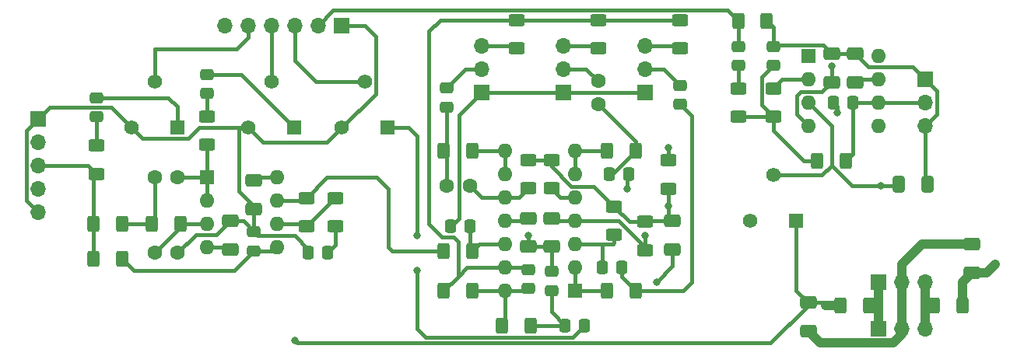
<source format=gbr>
%TF.GenerationSoftware,KiCad,Pcbnew,(6.0.10)*%
%TF.CreationDate,2023-04-08T13:31:08+03:00*%
%TF.ProjectId,DelSol_Preamp,44656c53-6f6c-45f5-9072-65616d702e6b,rev?*%
%TF.SameCoordinates,Original*%
%TF.FileFunction,Copper,L2,Bot*%
%TF.FilePolarity,Positive*%
%FSLAX46Y46*%
G04 Gerber Fmt 4.6, Leading zero omitted, Abs format (unit mm)*
G04 Created by KiCad (PCBNEW (6.0.10)) date 2023-04-08 13:31:08*
%MOMM*%
%LPD*%
G01*
G04 APERTURE LIST*
G04 Aperture macros list*
%AMRoundRect*
0 Rectangle with rounded corners*
0 $1 Rounding radius*
0 $2 $3 $4 $5 $6 $7 $8 $9 X,Y pos of 4 corners*
0 Add a 4 corners polygon primitive as box body*
4,1,4,$2,$3,$4,$5,$6,$7,$8,$9,$2,$3,0*
0 Add four circle primitives for the rounded corners*
1,1,$1+$1,$2,$3*
1,1,$1+$1,$4,$5*
1,1,$1+$1,$6,$7*
1,1,$1+$1,$8,$9*
0 Add four rect primitives between the rounded corners*
20,1,$1+$1,$2,$3,$4,$5,0*
20,1,$1+$1,$4,$5,$6,$7,0*
20,1,$1+$1,$6,$7,$8,$9,0*
20,1,$1+$1,$8,$9,$2,$3,0*%
G04 Aperture macros list end*
%TA.AperFunction,ComponentPad*%
%ADD10R,1.560000X1.560000*%
%TD*%
%TA.AperFunction,ComponentPad*%
%ADD11C,1.560000*%
%TD*%
%TA.AperFunction,ComponentPad*%
%ADD12R,1.600000X1.600000*%
%TD*%
%TA.AperFunction,ComponentPad*%
%ADD13O,1.600000X1.600000*%
%TD*%
%TA.AperFunction,ComponentPad*%
%ADD14R,1.700000X1.700000*%
%TD*%
%TA.AperFunction,ComponentPad*%
%ADD15O,1.700000X1.700000*%
%TD*%
%TA.AperFunction,ComponentPad*%
%ADD16C,1.600000*%
%TD*%
%TA.AperFunction,SMDPad,CuDef*%
%ADD17RoundRect,0.250000X-0.625000X0.400000X-0.625000X-0.400000X0.625000X-0.400000X0.625000X0.400000X0*%
%TD*%
%TA.AperFunction,SMDPad,CuDef*%
%ADD18RoundRect,0.250000X-0.650000X0.412500X-0.650000X-0.412500X0.650000X-0.412500X0.650000X0.412500X0*%
%TD*%
%TA.AperFunction,SMDPad,CuDef*%
%ADD19RoundRect,0.250000X0.475000X-0.337500X0.475000X0.337500X-0.475000X0.337500X-0.475000X-0.337500X0*%
%TD*%
%TA.AperFunction,SMDPad,CuDef*%
%ADD20RoundRect,0.250000X-0.337500X-0.475000X0.337500X-0.475000X0.337500X0.475000X-0.337500X0.475000X0*%
%TD*%
%TA.AperFunction,SMDPad,CuDef*%
%ADD21RoundRect,0.250000X-0.400000X-0.625000X0.400000X-0.625000X0.400000X0.625000X-0.400000X0.625000X0*%
%TD*%
%TA.AperFunction,SMDPad,CuDef*%
%ADD22RoundRect,0.250000X0.337500X0.475000X-0.337500X0.475000X-0.337500X-0.475000X0.337500X-0.475000X0*%
%TD*%
%TA.AperFunction,SMDPad,CuDef*%
%ADD23RoundRect,0.250000X-0.475000X0.337500X-0.475000X-0.337500X0.475000X-0.337500X0.475000X0.337500X0*%
%TD*%
%TA.AperFunction,SMDPad,CuDef*%
%ADD24RoundRect,0.250000X0.625000X-0.400000X0.625000X0.400000X-0.625000X0.400000X-0.625000X-0.400000X0*%
%TD*%
%TA.AperFunction,SMDPad,CuDef*%
%ADD25RoundRect,0.250000X0.650000X-0.412500X0.650000X0.412500X-0.650000X0.412500X-0.650000X-0.412500X0*%
%TD*%
%TA.AperFunction,SMDPad,CuDef*%
%ADD26RoundRect,0.250000X0.400000X0.625000X-0.400000X0.625000X-0.400000X-0.625000X0.400000X-0.625000X0*%
%TD*%
%TA.AperFunction,SMDPad,CuDef*%
%ADD27RoundRect,0.250000X-0.412500X-0.650000X0.412500X-0.650000X0.412500X0.650000X-0.412500X0.650000X0*%
%TD*%
%TA.AperFunction,ViaPad*%
%ADD28C,0.800000*%
%TD*%
%TA.AperFunction,Conductor*%
%ADD29C,0.400000*%
%TD*%
%TA.AperFunction,Conductor*%
%ADD30C,1.000000*%
%TD*%
G04 APERTURE END LIST*
D10*
X137120000Y-41610000D03*
D11*
X134620000Y-36610000D03*
X132120000Y-41610000D03*
D12*
X138440000Y-23650000D03*
D13*
X138440000Y-26190000D03*
X138440000Y-28730000D03*
X138440000Y-31270000D03*
X146060000Y-31270000D03*
X146060000Y-28730000D03*
X146060000Y-26190000D03*
X146060000Y-23650000D03*
D14*
X87630000Y-20320000D03*
D15*
X85090000Y-20320000D03*
X82550000Y-20320000D03*
X80010000Y-20320000D03*
X77470000Y-20320000D03*
X74930000Y-20320000D03*
D14*
X54610000Y-30485000D03*
D15*
X54610000Y-33025000D03*
X54610000Y-35565000D03*
X54610000Y-38105000D03*
X54610000Y-40645000D03*
D16*
X101600000Y-37770000D03*
X99100000Y-37770000D03*
D12*
X73035000Y-36840000D03*
D13*
X73035000Y-39380000D03*
X73035000Y-41920000D03*
X73035000Y-44460000D03*
X80655000Y-44460000D03*
X80655000Y-41920000D03*
X80655000Y-39380000D03*
X80655000Y-36840000D03*
D14*
X146050000Y-48260000D03*
D15*
X148590000Y-48260000D03*
X151130000Y-48260000D03*
D10*
X82510000Y-31450000D03*
D11*
X80010000Y-26450000D03*
X77510000Y-31450000D03*
D10*
X69810000Y-31450000D03*
D11*
X67310000Y-26450000D03*
X64810000Y-31450000D03*
D16*
X67330000Y-36830000D03*
X69830000Y-36830000D03*
D14*
X102870000Y-27610000D03*
D15*
X102870000Y-25070000D03*
X102870000Y-22530000D03*
D10*
X92670000Y-31420000D03*
D11*
X90170000Y-26420000D03*
X87670000Y-31420000D03*
D16*
X115570000Y-28880000D03*
X115570000Y-26380000D03*
D14*
X151130000Y-26180000D03*
D15*
X151130000Y-28720000D03*
X151130000Y-31260000D03*
D16*
X67330000Y-45085000D03*
X69830000Y-45085000D03*
D14*
X146065000Y-53340000D03*
D15*
X148605000Y-53340000D03*
X151145000Y-53340000D03*
D14*
X111760000Y-27610000D03*
D15*
X111760000Y-25070000D03*
X111760000Y-22530000D03*
D12*
X113020000Y-49205000D03*
D13*
X113020000Y-46665000D03*
X113020000Y-44125000D03*
X113020000Y-41585000D03*
X113020000Y-39045000D03*
X113020000Y-36505000D03*
X113020000Y-33965000D03*
X105400000Y-33965000D03*
X105400000Y-36505000D03*
X105400000Y-39045000D03*
X105400000Y-41585000D03*
X105400000Y-44125000D03*
X105400000Y-46665000D03*
X105400000Y-49205000D03*
D14*
X120650000Y-27610000D03*
D15*
X120650000Y-25070000D03*
X120650000Y-22530000D03*
D17*
X124460000Y-19710000D03*
X124460000Y-22810000D03*
D18*
X138430000Y-50507500D03*
X138430000Y-53632500D03*
D19*
X110490000Y-49200000D03*
X110490000Y-47125000D03*
D20*
X99525000Y-42205000D03*
X101600000Y-42205000D03*
X116035000Y-46640000D03*
X118110000Y-46640000D03*
D21*
X139420000Y-35070000D03*
X142520000Y-35070000D03*
D19*
X124480000Y-28917500D03*
X124480000Y-26842500D03*
X134620000Y-24677500D03*
X134620000Y-22602500D03*
D17*
X117310000Y-40030000D03*
X117310000Y-43130000D03*
X123190000Y-35000000D03*
X123190000Y-38100000D03*
D22*
X143277500Y-28720000D03*
X141202500Y-28720000D03*
D21*
X98780000Y-49200000D03*
X101880000Y-49200000D03*
D23*
X130810000Y-22602500D03*
X130810000Y-24677500D03*
D21*
X67030000Y-41910000D03*
X70130000Y-41910000D03*
D23*
X78105000Y-42777500D03*
X78105000Y-44852500D03*
D17*
X115570000Y-19710000D03*
X115570000Y-22810000D03*
D24*
X134620000Y-30270000D03*
X134620000Y-27170000D03*
D21*
X60680000Y-45720000D03*
X63780000Y-45720000D03*
D18*
X110490000Y-41287500D03*
X110490000Y-44412500D03*
D22*
X114067500Y-53010000D03*
X111992500Y-53010000D03*
D19*
X73025000Y-27707500D03*
X73025000Y-25632500D03*
D21*
X105130000Y-53010000D03*
X108230000Y-53010000D03*
D24*
X86995000Y-42190000D03*
X86995000Y-39090000D03*
D19*
X60960000Y-30247500D03*
X60960000Y-28172500D03*
D23*
X107950000Y-46892500D03*
X107950000Y-48967500D03*
D19*
X99060000Y-29216252D03*
X99060000Y-27141252D03*
D18*
X75565000Y-41617500D03*
X75565000Y-44742500D03*
D17*
X110490000Y-34950000D03*
X110490000Y-38050000D03*
D18*
X156210000Y-44157500D03*
X156210000Y-47282500D03*
X123660000Y-41617500D03*
X123660000Y-44742500D03*
D24*
X83820000Y-42190000D03*
X83820000Y-39090000D03*
D21*
X116560000Y-33960000D03*
X119660000Y-33960000D03*
D20*
X84052500Y-45085000D03*
X86127500Y-45085000D03*
D21*
X98780000Y-44925000D03*
X101880000Y-44925000D03*
D17*
X107950000Y-34950000D03*
X107950000Y-38050000D03*
D25*
X107950000Y-44412500D03*
X107950000Y-41287500D03*
D21*
X152120000Y-50800000D03*
X155220000Y-50800000D03*
D17*
X106680000Y-19710000D03*
X106680000Y-22810000D03*
X130810000Y-27170000D03*
X130810000Y-30270000D03*
D21*
X116560000Y-49200000D03*
X119660000Y-49200000D03*
X60680000Y-41910000D03*
X63780000Y-41910000D03*
D18*
X143510000Y-23347500D03*
X143510000Y-26472500D03*
D25*
X140970000Y-26472500D03*
X140970000Y-23347500D03*
D26*
X145060000Y-50800000D03*
X141960000Y-50800000D03*
X133910000Y-19830000D03*
X130810000Y-19830000D03*
D18*
X78105000Y-37172500D03*
X78105000Y-40297500D03*
D24*
X120650000Y-44780000D03*
X120650000Y-41680000D03*
D26*
X101880000Y-33960000D03*
X98780000Y-33960000D03*
D27*
X148297500Y-37610000D03*
X151422500Y-37610000D03*
D22*
X118886248Y-36500000D03*
X116811248Y-36500000D03*
D24*
X60960000Y-36475000D03*
X60960000Y-33375000D03*
X73025000Y-33300000D03*
X73025000Y-30200000D03*
D28*
X107950000Y-43180000D03*
X121920000Y-48260000D03*
X82550000Y-54610000D03*
X120650000Y-43180000D03*
X140335000Y-50800000D03*
X141605000Y-29845000D03*
X158750000Y-46355000D03*
X140970000Y-24765000D03*
X123190000Y-33655000D03*
X146342500Y-37807500D03*
X95885000Y-43180000D03*
X95885000Y-46990000D03*
X118745000Y-38100000D03*
X123190000Y-40005000D03*
D29*
X70140000Y-41920000D02*
X70130000Y-41910000D01*
X73035000Y-41920000D02*
X70140000Y-41920000D01*
X70130000Y-41910000D02*
X70130000Y-42285000D01*
X70130000Y-42285000D02*
X67330000Y-45085000D01*
X76945000Y-41617500D02*
X78105000Y-42777500D01*
X110490000Y-47125000D02*
X110490000Y-44412500D01*
X151130000Y-26180000D02*
X152400000Y-27450000D01*
X78507500Y-43180000D02*
X82550000Y-43180000D01*
D30*
X138430000Y-53632500D02*
X139687500Y-54890000D01*
D29*
X152400000Y-29990000D02*
X151130000Y-31260000D01*
D30*
X148605000Y-48275000D02*
X148590000Y-48260000D01*
X148590000Y-46355000D02*
X148590000Y-48260000D01*
D29*
X74062500Y-43120000D02*
X75565000Y-41617500D01*
X53340000Y-31755000D02*
X54610000Y-30485000D01*
D30*
X148605000Y-53960000D02*
X148605000Y-53340000D01*
D29*
X140072500Y-22450000D02*
X140970000Y-23347500D01*
X145012500Y-24850000D02*
X149800000Y-24850000D01*
X78105000Y-42777500D02*
X78507500Y-43180000D01*
X76500000Y-38400000D02*
X76500000Y-31450000D01*
D30*
X147675000Y-54890000D02*
X148605000Y-53960000D01*
D29*
X134620000Y-22602500D02*
X134772500Y-22450000D01*
X69830000Y-45085000D02*
X71795000Y-43120000D01*
X82550000Y-43180000D02*
X84052500Y-44682500D01*
X86070000Y-33020000D02*
X87670000Y-31420000D01*
X151130000Y-37317500D02*
X151130000Y-31260000D01*
X71795000Y-43120000D02*
X74062500Y-43120000D01*
X55885000Y-29210000D02*
X54610000Y-30485000D01*
X62570000Y-29210000D02*
X55885000Y-29210000D01*
X134620000Y-22602500D02*
X134620000Y-20540000D01*
X87670000Y-31420000D02*
X91350000Y-27740000D01*
X149800000Y-24850000D02*
X151130000Y-26180000D01*
X72170000Y-31450000D02*
X76500000Y-31450000D01*
X91350000Y-21500000D02*
X90170000Y-20320000D01*
X152400000Y-27450000D02*
X152400000Y-29990000D01*
X107950000Y-44412500D02*
X107950000Y-43180000D01*
X54610000Y-40645000D02*
X53340000Y-39375000D01*
X70990000Y-32630000D02*
X72170000Y-31450000D01*
X64810000Y-31450000D02*
X62570000Y-29210000D01*
X143510000Y-23347500D02*
X145012500Y-24850000D01*
X53340000Y-39375000D02*
X53340000Y-31755000D01*
X90170000Y-20320000D02*
X87630000Y-20320000D01*
X123660000Y-46520000D02*
X121920000Y-48260000D01*
X134620000Y-20540000D02*
X133910000Y-19830000D01*
X134772500Y-22450000D02*
X140072500Y-22450000D01*
X140970000Y-23347500D02*
X143510000Y-23347500D01*
X79080000Y-33020000D02*
X86070000Y-33020000D01*
X78105000Y-40005000D02*
X76500000Y-38400000D01*
X84052500Y-44682500D02*
X84052500Y-45085000D01*
X78105000Y-40297500D02*
X78105000Y-42777500D01*
D30*
X148605000Y-53340000D02*
X148605000Y-48275000D01*
X156210000Y-44157500D02*
X150787500Y-44157500D01*
D29*
X65990000Y-32630000D02*
X70990000Y-32630000D01*
D30*
X150787500Y-44157500D02*
X148590000Y-46355000D01*
X139687500Y-54890000D02*
X147675000Y-54890000D01*
D29*
X107950000Y-44412500D02*
X110490000Y-44412500D01*
X64810000Y-31450000D02*
X65990000Y-32630000D01*
X151422500Y-37610000D02*
X151130000Y-37317500D01*
X91350000Y-27740000D02*
X91350000Y-21500000D01*
X123660000Y-44742500D02*
X123660000Y-46520000D01*
X77510000Y-31450000D02*
X79080000Y-33020000D01*
X75565000Y-41617500D02*
X76945000Y-41617500D01*
X76500000Y-31450000D02*
X77510000Y-31450000D01*
X78105000Y-40297500D02*
X78105000Y-40005000D01*
X73025000Y-30200000D02*
X73025000Y-27707500D01*
X73025000Y-25632500D02*
X76692500Y-25632500D01*
X76692500Y-25632500D02*
X82510000Y-31450000D01*
X82825000Y-54885000D02*
X82550000Y-54610000D01*
X137120000Y-41610000D02*
X137120000Y-49197500D01*
X138430000Y-50507500D02*
X138430000Y-50800000D01*
X134345000Y-54885000D02*
X82825000Y-54885000D01*
D30*
X141960000Y-50800000D02*
X140335000Y-50800000D01*
D29*
X140042500Y-50507500D02*
X140335000Y-50800000D01*
X137120000Y-49197500D02*
X138430000Y-50507500D01*
X113020000Y-41585000D02*
X117785000Y-41585000D01*
X120650000Y-43180000D02*
X120650000Y-44780000D01*
X120650000Y-44450000D02*
X120650000Y-44780000D01*
X143792500Y-26190000D02*
X143510000Y-26472500D01*
X117785000Y-41585000D02*
X120650000Y-44450000D01*
X78437500Y-36840000D02*
X78105000Y-37172500D01*
X146060000Y-26190000D02*
X143792500Y-26190000D01*
X113020000Y-41585000D02*
X110787500Y-41585000D01*
X138430000Y-50507500D02*
X140042500Y-50507500D01*
X138430000Y-50800000D02*
X134345000Y-54885000D01*
X110787500Y-41585000D02*
X110490000Y-41287500D01*
X80655000Y-36840000D02*
X78437500Y-36840000D01*
X67330000Y-41610000D02*
X67030000Y-41910000D01*
X67330000Y-36830000D02*
X67330000Y-41610000D01*
X67030000Y-41910000D02*
X63780000Y-41910000D01*
X73035000Y-36840000D02*
X73035000Y-33310000D01*
X73035000Y-33310000D02*
X73025000Y-33300000D01*
X69830000Y-36830000D02*
X73025000Y-36830000D01*
X73035000Y-39380000D02*
X73035000Y-36840000D01*
X73025000Y-36830000D02*
X73035000Y-36840000D01*
X60960000Y-33375000D02*
X60960000Y-30247500D01*
X68812500Y-28172500D02*
X69810000Y-29170000D01*
X60960000Y-28172500D02*
X68812500Y-28172500D01*
X69810000Y-29170000D02*
X69810000Y-31450000D01*
X143277500Y-34312500D02*
X142520000Y-35070000D01*
X143277500Y-28720000D02*
X143277500Y-34312500D01*
X146060000Y-28730000D02*
X143287500Y-28730000D01*
X143287500Y-28730000D02*
X143277500Y-28720000D01*
X146070000Y-28720000D02*
X146060000Y-28730000D01*
X151130000Y-28720000D02*
X146070000Y-28720000D01*
X141605000Y-29122500D02*
X141202500Y-28720000D01*
X141605000Y-29845000D02*
X141605000Y-29122500D01*
X138440000Y-26190000D02*
X135600000Y-26190000D01*
X135600000Y-26190000D02*
X134620000Y-27170000D01*
X86750000Y-18660000D02*
X129640000Y-18660000D01*
X85090000Y-20320000D02*
X86750000Y-18660000D01*
X130810000Y-22602500D02*
X130810000Y-19830000D01*
X129640000Y-18660000D02*
X130810000Y-19830000D01*
X130810000Y-24677500D02*
X130810000Y-27170000D01*
X133345000Y-25952500D02*
X133345000Y-28995000D01*
X133345000Y-28995000D02*
X134620000Y-30270000D01*
X137940000Y-35070000D02*
X134620000Y-31750000D01*
X134620000Y-31750000D02*
X134620000Y-30270000D01*
X139420000Y-35070000D02*
X137940000Y-35070000D01*
X130810000Y-30270000D02*
X134620000Y-30270000D01*
X134620000Y-24677500D02*
X133345000Y-25952500D01*
D30*
X156210000Y-47282500D02*
X157822500Y-47282500D01*
D29*
X105400000Y-41585000D02*
X107652500Y-41585000D01*
D30*
X157822500Y-47282500D02*
X158750000Y-46355000D01*
D29*
X73035000Y-44460000D02*
X75282500Y-44460000D01*
X107652500Y-41585000D02*
X107950000Y-41287500D01*
X140970000Y-24765000D02*
X140970000Y-26472500D01*
X123190000Y-33655000D02*
X123190000Y-35000000D01*
X137160000Y-27940000D02*
X137160000Y-29990000D01*
D30*
X155220000Y-50800000D02*
X155220000Y-48272500D01*
X155220000Y-48272500D02*
X156210000Y-47282500D01*
D29*
X140970000Y-26472500D02*
X139912500Y-27530000D01*
X137160000Y-29990000D02*
X138440000Y-31270000D01*
X75282500Y-44460000D02*
X75565000Y-44742500D01*
X139912500Y-27530000D02*
X137570000Y-27530000D01*
X137570000Y-27530000D02*
X137160000Y-27940000D01*
X63780000Y-45720000D02*
X65050000Y-46990000D01*
X65050000Y-46990000D02*
X75967500Y-46990000D01*
X80262500Y-44852500D02*
X80655000Y-44460000D01*
X75967500Y-46990000D02*
X78105000Y-44852500D01*
X78105000Y-44852500D02*
X80262500Y-44852500D01*
X140970000Y-35560000D02*
X139920000Y-36610000D01*
X140970000Y-31260000D02*
X140970000Y-35560000D01*
X139920000Y-36610000D02*
X134620000Y-36610000D01*
X148297500Y-37610000D02*
X148297500Y-37807500D01*
X146342500Y-37807500D02*
X143217500Y-37807500D01*
X148297500Y-37807500D02*
X146342500Y-37807500D01*
X138440000Y-28730000D02*
X140970000Y-31260000D01*
X143217500Y-37807500D02*
X140970000Y-35560000D01*
X95885000Y-43180000D02*
X95885000Y-32385000D01*
X114067500Y-53010000D02*
X112792500Y-54285000D01*
X95885000Y-32385000D02*
X94920000Y-31420000D01*
X96830000Y-54285000D02*
X95885000Y-53340000D01*
X95885000Y-53340000D02*
X95885000Y-46990000D01*
X94920000Y-31420000D02*
X92670000Y-31420000D01*
X112792500Y-54285000D02*
X96830000Y-54285000D01*
X108230000Y-53010000D02*
X111992500Y-53010000D01*
X110490000Y-51507500D02*
X111992500Y-53010000D01*
X110490000Y-49200000D02*
X110490000Y-51507500D01*
X99525000Y-42205000D02*
X100400000Y-41330000D01*
X100400000Y-30080000D02*
X102870000Y-27610000D01*
X100400000Y-41330000D02*
X100400000Y-30080000D01*
X102870000Y-27610000D02*
X111760000Y-27610000D01*
X120650000Y-27610000D02*
X111760000Y-27610000D01*
X105400000Y-44125000D02*
X102680000Y-44125000D01*
X101600000Y-42205000D02*
X101600000Y-44645000D01*
X102680000Y-44125000D02*
X101880000Y-44925000D01*
X101600000Y-44645000D02*
X101880000Y-44925000D01*
X86995000Y-42190000D02*
X86995000Y-44217500D01*
X86995000Y-44217500D02*
X86127500Y-45085000D01*
X100342500Y-47637500D02*
X100342500Y-43827500D01*
X97155000Y-41910000D02*
X97155000Y-20955000D01*
X100342500Y-43827500D02*
X99845000Y-43330000D01*
X107722500Y-46665000D02*
X107950000Y-46892500D01*
X100342500Y-47637500D02*
X98780000Y-49200000D01*
X105400000Y-46665000D02*
X101315000Y-46665000D01*
X105400000Y-46665000D02*
X107722500Y-46665000D01*
X99845000Y-43330000D02*
X98575000Y-43330000D01*
X101315000Y-46665000D02*
X100342500Y-47637500D01*
X98400000Y-19710000D02*
X106680000Y-19710000D01*
X106680000Y-19710000D02*
X115570000Y-19710000D01*
X115570000Y-19710000D02*
X124460000Y-19710000D01*
X97155000Y-20955000D02*
X98400000Y-19710000D01*
X98575000Y-43330000D02*
X97155000Y-41910000D01*
X105395000Y-49200000D02*
X105400000Y-49205000D01*
X101880000Y-49200000D02*
X105395000Y-49200000D01*
X105400000Y-52740000D02*
X105130000Y-53010000D01*
X105400000Y-49205000D02*
X107712500Y-49205000D01*
X107712500Y-49205000D02*
X107950000Y-48967500D01*
X105400000Y-49205000D02*
X105400000Y-52740000D01*
X115895000Y-44125000D02*
X117165000Y-44125000D01*
X113020000Y-44125000D02*
X115895000Y-44125000D01*
X117310000Y-43130000D02*
X117310000Y-43980000D01*
X116035000Y-46640000D02*
X116035000Y-44265000D01*
X116035000Y-44265000D02*
X115895000Y-44125000D01*
X117165000Y-44125000D02*
X117310000Y-43980000D01*
X118110000Y-47650000D02*
X119660000Y-49200000D01*
X124790000Y-49200000D02*
X119660000Y-49200000D01*
X124480000Y-28917500D02*
X125730000Y-30167500D01*
X118110000Y-46640000D02*
X118110000Y-47650000D01*
X125730000Y-48260000D02*
X124790000Y-49200000D01*
X125730000Y-30167500D02*
X125730000Y-48260000D01*
X120650000Y-25070000D02*
X122707500Y-25070000D01*
X122707500Y-25070000D02*
X124480000Y-26842500D01*
X118745000Y-38100000D02*
X118745000Y-36641248D01*
X110490000Y-38050000D02*
X111485000Y-39045000D01*
X111485000Y-39045000D02*
X113020000Y-39045000D01*
X118745000Y-36641248D02*
X118886248Y-36500000D01*
X119660000Y-32970000D02*
X119660000Y-33960000D01*
X115570000Y-28880000D02*
X119660000Y-32970000D01*
X117120000Y-36500000D02*
X119660000Y-33960000D01*
X116811248Y-36500000D02*
X117120000Y-36500000D01*
X114260000Y-25070000D02*
X115570000Y-26380000D01*
X111760000Y-25070000D02*
X114260000Y-25070000D01*
X102875000Y-39045000D02*
X101600000Y-37770000D01*
X105400000Y-39045000D02*
X102875000Y-39045000D01*
X106955000Y-39045000D02*
X107950000Y-38050000D01*
X105400000Y-39045000D02*
X106955000Y-39045000D01*
X99100000Y-34280000D02*
X98780000Y-33960000D01*
X99100000Y-37770000D02*
X99100000Y-34280000D01*
X99060000Y-33680000D02*
X98780000Y-33960000D01*
X99060000Y-29216252D02*
X99060000Y-33680000D01*
X102870000Y-25070000D02*
X101131252Y-25070000D01*
X101131252Y-25070000D02*
X99060000Y-27141252D01*
X115125000Y-37845000D02*
X117310000Y-40030000D01*
X117310000Y-40030000D02*
X118960000Y-41680000D01*
X120712500Y-41617500D02*
X120650000Y-41680000D01*
X110490000Y-34950000D02*
X110490000Y-35672057D01*
X123190000Y-38100000D02*
X123190000Y-40005000D01*
X112662943Y-37845000D02*
X115125000Y-37845000D01*
X123190000Y-40005000D02*
X123190000Y-41147500D01*
X118960000Y-41680000D02*
X120650000Y-41680000D01*
X110490000Y-35672057D02*
X112662943Y-37845000D01*
X123660000Y-41617500D02*
X120712500Y-41617500D01*
X110490000Y-34950000D02*
X107950000Y-34950000D01*
X123190000Y-41147500D02*
X123660000Y-41617500D01*
X84840000Y-26420000D02*
X90170000Y-26420000D01*
X82550000Y-20320000D02*
X82550000Y-24130000D01*
X82550000Y-24130000D02*
X84840000Y-26420000D01*
X80010000Y-26450000D02*
X80010000Y-20320000D01*
X77470000Y-21590000D02*
X76200000Y-22860000D01*
X76200000Y-22860000D02*
X67310000Y-22860000D01*
X67310000Y-22860000D02*
X67310000Y-26450000D01*
X77470000Y-20320000D02*
X77470000Y-21590000D01*
X60680000Y-45720000D02*
X60680000Y-41910000D01*
X54610000Y-35565000D02*
X60050000Y-35565000D01*
X60680000Y-41910000D02*
X60680000Y-36755000D01*
X60050000Y-35565000D02*
X60960000Y-36475000D01*
X60680000Y-36755000D02*
X60960000Y-36475000D01*
X120650000Y-22530000D02*
X124180000Y-22530000D01*
X124180000Y-22530000D02*
X124460000Y-22810000D01*
X115290000Y-22530000D02*
X115570000Y-22810000D01*
X111760000Y-22530000D02*
X115290000Y-22530000D01*
X106400000Y-22530000D02*
X106680000Y-22810000D01*
X102870000Y-22530000D02*
X106400000Y-22530000D01*
D30*
X146065000Y-48275000D02*
X146050000Y-48260000D01*
X146050000Y-50800000D02*
X146065000Y-50785000D01*
X146065000Y-50785000D02*
X146065000Y-48275000D01*
X145060000Y-50800000D02*
X146050000Y-50800000D01*
X146065000Y-53340000D02*
X146065000Y-50785000D01*
X151145000Y-50785000D02*
X151145000Y-48275000D01*
X151145000Y-48275000D02*
X151130000Y-48260000D01*
X151145000Y-53340000D02*
X151145000Y-50785000D01*
X151160000Y-50800000D02*
X151145000Y-50785000D01*
X152120000Y-50800000D02*
X151160000Y-50800000D01*
D29*
X86080000Y-36830000D02*
X91440000Y-36830000D01*
X93185000Y-44925000D02*
X98780000Y-44925000D01*
X92710000Y-44450000D02*
X93185000Y-44925000D01*
X83820000Y-39090000D02*
X86080000Y-36830000D01*
X83530000Y-39380000D02*
X83820000Y-39090000D01*
X91440000Y-36830000D02*
X92710000Y-38100000D01*
X80655000Y-39380000D02*
X83530000Y-39380000D01*
X92710000Y-38100000D02*
X92710000Y-44450000D01*
X80655000Y-41920000D02*
X83550000Y-41920000D01*
X86920000Y-39090000D02*
X83820000Y-42190000D01*
X83550000Y-41920000D02*
X83820000Y-42190000D01*
X86995000Y-39090000D02*
X86920000Y-39090000D01*
X113025000Y-49200000D02*
X113020000Y-49205000D01*
X116560000Y-49200000D02*
X113025000Y-49200000D01*
X113020000Y-46665000D02*
X113020000Y-49205000D01*
X113020000Y-36505000D02*
X113020000Y-33965000D01*
X113025000Y-33960000D02*
X113020000Y-33965000D01*
X116560000Y-33960000D02*
X113025000Y-33960000D01*
X101880000Y-33960000D02*
X105395000Y-33960000D01*
X105400000Y-36505000D02*
X105400000Y-33965000D01*
X105395000Y-33960000D02*
X105400000Y-33965000D01*
M02*

</source>
